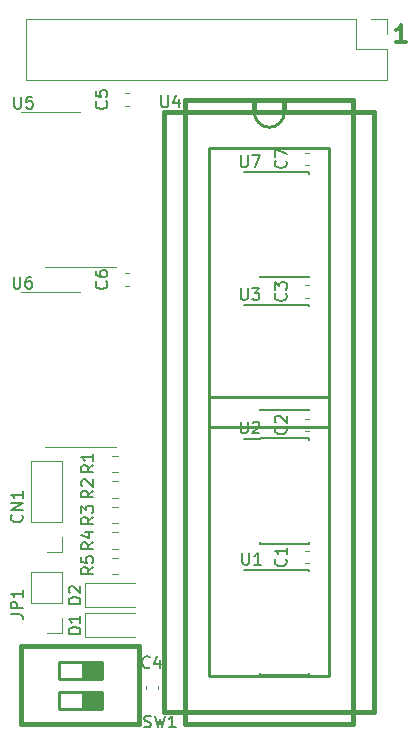
<source format=gto>
G04 #@! TF.GenerationSoftware,KiCad,Pcbnew,(5.1.2-1)-1*
G04 #@! TF.CreationDate,2019-05-24T16:53:51+02:00*
G04 #@! TF.ProjectId,TriMod CBM Adapter (SMD-Version),5472694d-6f64-4204-9342-4d2041646170,1.1*
G04 #@! TF.SameCoordinates,Original*
G04 #@! TF.FileFunction,Legend,Top*
G04 #@! TF.FilePolarity,Positive*
%FSLAX46Y46*%
G04 Gerber Fmt 4.6, Leading zero omitted, Abs format (unit mm)*
G04 Created by KiCad (PCBNEW (5.1.2-1)-1) date 2019-05-24 16:53:51*
%MOMM*%
%LPD*%
G04 APERTURE LIST*
%ADD10C,0.300000*%
%ADD11C,0.120000*%
%ADD12C,0.381000*%
%ADD13C,0.254000*%
%ADD14C,0.150000*%
G04 APERTURE END LIST*
D10*
X150034571Y-69004571D02*
X149177428Y-69004571D01*
X149606000Y-69004571D02*
X149606000Y-67504571D01*
X149463142Y-67718857D01*
X149320285Y-67861714D01*
X149177428Y-67933142D01*
D11*
X120900000Y-104461000D02*
X118240000Y-104461000D01*
X120900000Y-109601000D02*
X120900000Y-104461000D01*
X118240000Y-109601000D02*
X118240000Y-104461000D01*
X120900000Y-109601000D02*
X118240000Y-109601000D01*
X120900000Y-110871000D02*
X120900000Y-112201000D01*
X120900000Y-112201000D02*
X119570000Y-112201000D01*
X122799000Y-119364000D02*
X127099000Y-119364000D01*
X122799000Y-117364000D02*
X122799000Y-119364000D01*
X127099000Y-117364000D02*
X122799000Y-117364000D01*
X127099000Y-114824000D02*
X122799000Y-114824000D01*
X122799000Y-114824000D02*
X122799000Y-116824000D01*
X122799000Y-116824000D02*
X127099000Y-116824000D01*
X148396000Y-66996000D02*
X148396000Y-68326000D01*
X147066000Y-66996000D02*
X148396000Y-66996000D01*
X148396000Y-69596000D02*
X148396000Y-72196000D01*
X145796000Y-69596000D02*
X148396000Y-69596000D01*
X145796000Y-66996000D02*
X145796000Y-69596000D01*
X148396000Y-72196000D02*
X117796000Y-72196000D01*
X145796000Y-66996000D02*
X117796000Y-66996000D01*
X117796000Y-66996000D02*
X117796000Y-72196000D01*
X120900000Y-113859000D02*
X118240000Y-113859000D01*
X120900000Y-116459000D02*
X120900000Y-113859000D01*
X118240000Y-116459000D02*
X118240000Y-113859000D01*
X120900000Y-116459000D02*
X118240000Y-116459000D01*
X120900000Y-117729000D02*
X120900000Y-119059000D01*
X120900000Y-119059000D02*
X119570000Y-119059000D01*
X125090422Y-105422000D02*
X125607578Y-105422000D01*
X125090422Y-104002000D02*
X125607578Y-104002000D01*
X125607578Y-107580000D02*
X125090422Y-107580000D01*
X125607578Y-106160000D02*
X125090422Y-106160000D01*
X125090422Y-108320000D02*
X125607578Y-108320000D01*
X125090422Y-109740000D02*
X125607578Y-109740000D01*
X125607578Y-111898000D02*
X125090422Y-111898000D01*
X125607578Y-110478000D02*
X125090422Y-110478000D01*
X125090422Y-114058000D02*
X125607578Y-114058000D01*
X125090422Y-112638000D02*
X125607578Y-112638000D01*
D12*
X117426740Y-120144540D02*
X117426740Y-126743460D01*
X127429260Y-120144540D02*
X127429260Y-126743460D01*
D13*
X124228860Y-122875040D02*
X124228860Y-121472960D01*
X120627140Y-122875040D02*
X124228860Y-122875040D01*
X120627140Y-121472960D02*
X120627140Y-122875040D01*
X124228860Y-121472960D02*
X120627140Y-121472960D01*
X122628660Y-121472960D02*
X122628660Y-122875040D01*
X122829320Y-121472960D02*
X122829320Y-122875040D01*
X123228100Y-121472960D02*
X123228100Y-122875040D01*
X123027440Y-121472960D02*
X123027440Y-122875040D01*
X123827540Y-121472960D02*
X123827540Y-122875040D01*
X124028200Y-121472960D02*
X124028200Y-122875040D01*
X123629420Y-121472960D02*
X123629420Y-122875040D01*
X123428760Y-121472960D02*
X123428760Y-122875040D01*
X123428760Y-124012960D02*
X123428760Y-125415040D01*
X123629420Y-124012960D02*
X123629420Y-125415040D01*
X124028200Y-124012960D02*
X124028200Y-125415040D01*
X123827540Y-124012960D02*
X123827540Y-125415040D01*
X123027440Y-124012960D02*
X123027440Y-125415040D01*
X123228100Y-124012960D02*
X123228100Y-125415040D01*
X122829320Y-124012960D02*
X122829320Y-125415040D01*
X122628660Y-124012960D02*
X122628660Y-125415040D01*
X124228860Y-124012960D02*
X120627140Y-124012960D01*
X120627140Y-124012960D02*
X120627140Y-125415040D01*
X120627140Y-125415040D02*
X124228860Y-125415040D01*
X124228860Y-125415040D02*
X124228860Y-124012960D01*
D12*
X127426720Y-126743460D02*
X117426740Y-126743460D01*
X117426740Y-120144540D02*
X127429260Y-120144540D01*
D14*
X137625000Y-113685000D02*
X136250000Y-113685000D01*
X137625000Y-122560000D02*
X141775000Y-122560000D01*
X137625000Y-113660000D02*
X141775000Y-113660000D01*
X137625000Y-122560000D02*
X137625000Y-122445000D01*
X141775000Y-122560000D02*
X141775000Y-122445000D01*
X141775000Y-113660000D02*
X141775000Y-113775000D01*
X137625000Y-113660000D02*
X137625000Y-113685000D01*
X137625000Y-102548000D02*
X137625000Y-102573000D01*
X141775000Y-102548000D02*
X141775000Y-102663000D01*
X141775000Y-111448000D02*
X141775000Y-111333000D01*
X137625000Y-111448000D02*
X137625000Y-111333000D01*
X137625000Y-102548000D02*
X141775000Y-102548000D01*
X137625000Y-111448000D02*
X141775000Y-111448000D01*
X137625000Y-102573000D02*
X136250000Y-102573000D01*
X137625000Y-91269500D02*
X136250000Y-91269500D01*
X137625000Y-100144500D02*
X141775000Y-100144500D01*
X137625000Y-91244500D02*
X141775000Y-91244500D01*
X137625000Y-100144500D02*
X137625000Y-100029500D01*
X141775000Y-100144500D02*
X141775000Y-100029500D01*
X141775000Y-91244500D02*
X141775000Y-91359500D01*
X137625000Y-91244500D02*
X137625000Y-91269500D01*
D13*
X143510000Y-77978000D02*
X143510000Y-122682000D01*
X133350000Y-122682000D02*
X133350000Y-77978000D01*
D12*
X129540000Y-74930000D02*
X129540000Y-125730000D01*
X131318000Y-126746000D02*
X131318000Y-73914000D01*
X147320000Y-74930000D02*
X147320000Y-125730000D01*
X145542000Y-126746000D02*
X145542000Y-73914000D01*
X131318000Y-126746000D02*
X145542000Y-126746000D01*
X147320000Y-125730000D02*
X129540000Y-125730000D01*
X129540000Y-74930000D02*
X147320000Y-74930000D01*
X145542000Y-73914000D02*
X131318000Y-73914000D01*
D13*
X143510000Y-99060000D02*
X133350000Y-99060000D01*
X133350000Y-101600000D02*
X143510000Y-101600000D01*
X143510000Y-122682000D02*
X133350000Y-122682000D01*
X143510000Y-77978000D02*
X133350000Y-77978000D01*
D12*
X139700000Y-74930000D02*
X137160000Y-74930000D01*
D13*
X138430000Y-76200000D02*
G75*
G03X139700000Y-74930000I0J1270000D01*
G01*
X137160000Y-74930000D02*
G75*
G03X138430000Y-76200000I1270000J0D01*
G01*
D12*
X137160000Y-74930000D02*
X137160000Y-73914000D01*
X139700000Y-74930000D02*
X139700000Y-73914000D01*
D11*
X119428000Y-88000500D02*
X125428000Y-88000500D01*
X117428000Y-74940500D02*
X122428000Y-74940500D01*
X117428000Y-90180500D02*
X122428000Y-90180500D01*
X119428000Y-103240500D02*
X125428000Y-103240500D01*
D14*
X137625000Y-80005000D02*
X137625000Y-80030000D01*
X141775000Y-80005000D02*
X141775000Y-80120000D01*
X141775000Y-88905000D02*
X141775000Y-88790000D01*
X137625000Y-88905000D02*
X137625000Y-88790000D01*
X137625000Y-80005000D02*
X141775000Y-80005000D01*
X137625000Y-88905000D02*
X141775000Y-88905000D01*
X137625000Y-80030000D02*
X136250000Y-80030000D01*
D11*
X141442221Y-112076000D02*
X141767779Y-112076000D01*
X141442221Y-113096000D02*
X141767779Y-113096000D01*
X141442221Y-101920000D02*
X141767779Y-101920000D01*
X141442221Y-100900000D02*
X141767779Y-100900000D01*
X141442221Y-89596500D02*
X141767779Y-89596500D01*
X141442221Y-90616500D02*
X141767779Y-90616500D01*
X127950000Y-123471221D02*
X127950000Y-123796779D01*
X128970000Y-123471221D02*
X128970000Y-123796779D01*
X126202221Y-73340500D02*
X126527779Y-73340500D01*
X126202221Y-74360500D02*
X126527779Y-74360500D01*
X126202221Y-88580500D02*
X126527779Y-88580500D01*
X126202221Y-89600500D02*
X126527779Y-89600500D01*
X141442221Y-79377000D02*
X141767779Y-79377000D01*
X141442221Y-78357000D02*
X141767779Y-78357000D01*
D14*
X117450642Y-109021476D02*
X117498261Y-109069095D01*
X117545880Y-109211952D01*
X117545880Y-109307190D01*
X117498261Y-109450047D01*
X117403023Y-109545285D01*
X117307785Y-109592904D01*
X117117309Y-109640523D01*
X116974452Y-109640523D01*
X116783976Y-109592904D01*
X116688738Y-109545285D01*
X116593500Y-109450047D01*
X116545880Y-109307190D01*
X116545880Y-109211952D01*
X116593500Y-109069095D01*
X116641119Y-109021476D01*
X117545880Y-108592904D02*
X116545880Y-108592904D01*
X117545880Y-108021476D01*
X116545880Y-108021476D01*
X117545880Y-107021476D02*
X117545880Y-107592904D01*
X117545880Y-107307190D02*
X116545880Y-107307190D01*
X116688738Y-107402428D01*
X116783976Y-107497666D01*
X116831595Y-107592904D01*
X122435880Y-119102095D02*
X121435880Y-119102095D01*
X121435880Y-118864000D01*
X121483500Y-118721142D01*
X121578738Y-118625904D01*
X121673976Y-118578285D01*
X121864452Y-118530666D01*
X122007309Y-118530666D01*
X122197785Y-118578285D01*
X122293023Y-118625904D01*
X122388261Y-118721142D01*
X122435880Y-118864000D01*
X122435880Y-119102095D01*
X122435880Y-117578285D02*
X122435880Y-118149714D01*
X122435880Y-117864000D02*
X121435880Y-117864000D01*
X121578738Y-117959238D01*
X121673976Y-118054476D01*
X121721595Y-118149714D01*
X122435880Y-116562095D02*
X121435880Y-116562095D01*
X121435880Y-116324000D01*
X121483500Y-116181142D01*
X121578738Y-116085904D01*
X121673976Y-116038285D01*
X121864452Y-115990666D01*
X122007309Y-115990666D01*
X122197785Y-116038285D01*
X122293023Y-116085904D01*
X122388261Y-116181142D01*
X122435880Y-116324000D01*
X122435880Y-116562095D01*
X121531119Y-115609714D02*
X121483500Y-115562095D01*
X121435880Y-115466857D01*
X121435880Y-115228761D01*
X121483500Y-115133523D01*
X121531119Y-115085904D01*
X121626357Y-115038285D01*
X121721595Y-115038285D01*
X121864452Y-115085904D01*
X122435880Y-115657333D01*
X122435880Y-115038285D01*
X116545880Y-117419333D02*
X117260166Y-117419333D01*
X117403023Y-117466952D01*
X117498261Y-117562190D01*
X117545880Y-117705047D01*
X117545880Y-117800285D01*
X117545880Y-116943142D02*
X116545880Y-116943142D01*
X116545880Y-116562190D01*
X116593500Y-116466952D01*
X116641119Y-116419333D01*
X116736357Y-116371714D01*
X116879214Y-116371714D01*
X116974452Y-116419333D01*
X117022071Y-116466952D01*
X117069690Y-116562190D01*
X117069690Y-116943142D01*
X117545880Y-115419333D02*
X117545880Y-115990761D01*
X117545880Y-115705047D02*
X116545880Y-115705047D01*
X116688738Y-115800285D01*
X116783976Y-115895523D01*
X116831595Y-115990761D01*
X123515380Y-104815166D02*
X123039190Y-105148500D01*
X123515380Y-105386595D02*
X122515380Y-105386595D01*
X122515380Y-105005642D01*
X122563000Y-104910404D01*
X122610619Y-104862785D01*
X122705857Y-104815166D01*
X122848714Y-104815166D01*
X122943952Y-104862785D01*
X122991571Y-104910404D01*
X123039190Y-105005642D01*
X123039190Y-105386595D01*
X123515380Y-103862785D02*
X123515380Y-104434214D01*
X123515380Y-104148500D02*
X122515380Y-104148500D01*
X122658238Y-104243738D01*
X122753476Y-104338976D01*
X122801095Y-104434214D01*
X123515380Y-106973166D02*
X123039190Y-107306500D01*
X123515380Y-107544595D02*
X122515380Y-107544595D01*
X122515380Y-107163642D01*
X122563000Y-107068404D01*
X122610619Y-107020785D01*
X122705857Y-106973166D01*
X122848714Y-106973166D01*
X122943952Y-107020785D01*
X122991571Y-107068404D01*
X123039190Y-107163642D01*
X123039190Y-107544595D01*
X122610619Y-106592214D02*
X122563000Y-106544595D01*
X122515380Y-106449357D01*
X122515380Y-106211261D01*
X122563000Y-106116023D01*
X122610619Y-106068404D01*
X122705857Y-106020785D01*
X122801095Y-106020785D01*
X122943952Y-106068404D01*
X123515380Y-106639833D01*
X123515380Y-106020785D01*
X123515380Y-109196666D02*
X123039190Y-109530000D01*
X123515380Y-109768095D02*
X122515380Y-109768095D01*
X122515380Y-109387142D01*
X122563000Y-109291904D01*
X122610619Y-109244285D01*
X122705857Y-109196666D01*
X122848714Y-109196666D01*
X122943952Y-109244285D01*
X122991571Y-109291904D01*
X123039190Y-109387142D01*
X123039190Y-109768095D01*
X122515380Y-108863333D02*
X122515380Y-108244285D01*
X122896333Y-108577619D01*
X122896333Y-108434761D01*
X122943952Y-108339523D01*
X122991571Y-108291904D01*
X123086809Y-108244285D01*
X123324904Y-108244285D01*
X123420142Y-108291904D01*
X123467761Y-108339523D01*
X123515380Y-108434761D01*
X123515380Y-108720476D01*
X123467761Y-108815714D01*
X123420142Y-108863333D01*
X123515380Y-111354666D02*
X123039190Y-111688000D01*
X123515380Y-111926095D02*
X122515380Y-111926095D01*
X122515380Y-111545142D01*
X122563000Y-111449904D01*
X122610619Y-111402285D01*
X122705857Y-111354666D01*
X122848714Y-111354666D01*
X122943952Y-111402285D01*
X122991571Y-111449904D01*
X123039190Y-111545142D01*
X123039190Y-111926095D01*
X122848714Y-110497523D02*
X123515380Y-110497523D01*
X122467761Y-110735619D02*
X123182047Y-110973714D01*
X123182047Y-110354666D01*
X123515380Y-113451166D02*
X123039190Y-113784500D01*
X123515380Y-114022595D02*
X122515380Y-114022595D01*
X122515380Y-113641642D01*
X122563000Y-113546404D01*
X122610619Y-113498785D01*
X122705857Y-113451166D01*
X122848714Y-113451166D01*
X122943952Y-113498785D01*
X122991571Y-113546404D01*
X123039190Y-113641642D01*
X123039190Y-114022595D01*
X122515380Y-112546404D02*
X122515380Y-113022595D01*
X122991571Y-113070214D01*
X122943952Y-113022595D01*
X122896333Y-112927357D01*
X122896333Y-112689261D01*
X122943952Y-112594023D01*
X122991571Y-112546404D01*
X123086809Y-112498785D01*
X123324904Y-112498785D01*
X123420142Y-112546404D01*
X123467761Y-112594023D01*
X123515380Y-112689261D01*
X123515380Y-112927357D01*
X123467761Y-113022595D01*
X123420142Y-113070214D01*
X127825666Y-126960261D02*
X127968523Y-127007880D01*
X128206619Y-127007880D01*
X128301857Y-126960261D01*
X128349476Y-126912642D01*
X128397095Y-126817404D01*
X128397095Y-126722166D01*
X128349476Y-126626928D01*
X128301857Y-126579309D01*
X128206619Y-126531690D01*
X128016142Y-126484071D01*
X127920904Y-126436452D01*
X127873285Y-126388833D01*
X127825666Y-126293595D01*
X127825666Y-126198357D01*
X127873285Y-126103119D01*
X127920904Y-126055500D01*
X128016142Y-126007880D01*
X128254238Y-126007880D01*
X128397095Y-126055500D01*
X128730428Y-126007880D02*
X128968523Y-127007880D01*
X129159000Y-126293595D01*
X129349476Y-127007880D01*
X129587571Y-126007880D01*
X130492333Y-127007880D02*
X129920904Y-127007880D01*
X130206619Y-127007880D02*
X130206619Y-126007880D01*
X130111380Y-126150738D01*
X130016142Y-126245976D01*
X129920904Y-126293595D01*
X136144095Y-112228380D02*
X136144095Y-113037904D01*
X136191714Y-113133142D01*
X136239333Y-113180761D01*
X136334571Y-113228380D01*
X136525047Y-113228380D01*
X136620285Y-113180761D01*
X136667904Y-113133142D01*
X136715523Y-113037904D01*
X136715523Y-112228380D01*
X137715523Y-113228380D02*
X137144095Y-113228380D01*
X137429809Y-113228380D02*
X137429809Y-112228380D01*
X137334571Y-112371238D01*
X137239333Y-112466476D01*
X137144095Y-112514095D01*
X136017095Y-101116380D02*
X136017095Y-101925904D01*
X136064714Y-102021142D01*
X136112333Y-102068761D01*
X136207571Y-102116380D01*
X136398047Y-102116380D01*
X136493285Y-102068761D01*
X136540904Y-102021142D01*
X136588523Y-101925904D01*
X136588523Y-101116380D01*
X137017095Y-101211619D02*
X137064714Y-101164000D01*
X137159952Y-101116380D01*
X137398047Y-101116380D01*
X137493285Y-101164000D01*
X137540904Y-101211619D01*
X137588523Y-101306857D01*
X137588523Y-101402095D01*
X137540904Y-101544952D01*
X136969476Y-102116380D01*
X137588523Y-102116380D01*
X136017095Y-89812880D02*
X136017095Y-90622404D01*
X136064714Y-90717642D01*
X136112333Y-90765261D01*
X136207571Y-90812880D01*
X136398047Y-90812880D01*
X136493285Y-90765261D01*
X136540904Y-90717642D01*
X136588523Y-90622404D01*
X136588523Y-89812880D01*
X136969476Y-89812880D02*
X137588523Y-89812880D01*
X137255190Y-90193833D01*
X137398047Y-90193833D01*
X137493285Y-90241452D01*
X137540904Y-90289071D01*
X137588523Y-90384309D01*
X137588523Y-90622404D01*
X137540904Y-90717642D01*
X137493285Y-90765261D01*
X137398047Y-90812880D01*
X137112333Y-90812880D01*
X137017095Y-90765261D01*
X136969476Y-90717642D01*
X129286095Y-73493380D02*
X129286095Y-74302904D01*
X129333714Y-74398142D01*
X129381333Y-74445761D01*
X129476571Y-74493380D01*
X129667047Y-74493380D01*
X129762285Y-74445761D01*
X129809904Y-74398142D01*
X129857523Y-74302904D01*
X129857523Y-73493380D01*
X130762285Y-73826714D02*
X130762285Y-74493380D01*
X130524190Y-73445761D02*
X130286095Y-74160047D01*
X130905142Y-74160047D01*
X116840095Y-73620380D02*
X116840095Y-74429904D01*
X116887714Y-74525142D01*
X116935333Y-74572761D01*
X117030571Y-74620380D01*
X117221047Y-74620380D01*
X117316285Y-74572761D01*
X117363904Y-74525142D01*
X117411523Y-74429904D01*
X117411523Y-73620380D01*
X118363904Y-73620380D02*
X117887714Y-73620380D01*
X117840095Y-74096571D01*
X117887714Y-74048952D01*
X117982952Y-74001333D01*
X118221047Y-74001333D01*
X118316285Y-74048952D01*
X118363904Y-74096571D01*
X118411523Y-74191809D01*
X118411523Y-74429904D01*
X118363904Y-74525142D01*
X118316285Y-74572761D01*
X118221047Y-74620380D01*
X117982952Y-74620380D01*
X117887714Y-74572761D01*
X117840095Y-74525142D01*
X116776595Y-88860380D02*
X116776595Y-89669904D01*
X116824214Y-89765142D01*
X116871833Y-89812761D01*
X116967071Y-89860380D01*
X117157547Y-89860380D01*
X117252785Y-89812761D01*
X117300404Y-89765142D01*
X117348023Y-89669904D01*
X117348023Y-88860380D01*
X118252785Y-88860380D02*
X118062309Y-88860380D01*
X117967071Y-88908000D01*
X117919452Y-88955619D01*
X117824214Y-89098476D01*
X117776595Y-89288952D01*
X117776595Y-89669904D01*
X117824214Y-89765142D01*
X117871833Y-89812761D01*
X117967071Y-89860380D01*
X118157547Y-89860380D01*
X118252785Y-89812761D01*
X118300404Y-89765142D01*
X118348023Y-89669904D01*
X118348023Y-89431809D01*
X118300404Y-89336571D01*
X118252785Y-89288952D01*
X118157547Y-89241333D01*
X117967071Y-89241333D01*
X117871833Y-89288952D01*
X117824214Y-89336571D01*
X117776595Y-89431809D01*
X136017095Y-78573380D02*
X136017095Y-79382904D01*
X136064714Y-79478142D01*
X136112333Y-79525761D01*
X136207571Y-79573380D01*
X136398047Y-79573380D01*
X136493285Y-79525761D01*
X136540904Y-79478142D01*
X136588523Y-79382904D01*
X136588523Y-78573380D01*
X136969476Y-78573380D02*
X137636142Y-78573380D01*
X137207571Y-79573380D01*
X139803142Y-112752666D02*
X139850761Y-112800285D01*
X139898380Y-112943142D01*
X139898380Y-113038380D01*
X139850761Y-113181238D01*
X139755523Y-113276476D01*
X139660285Y-113324095D01*
X139469809Y-113371714D01*
X139326952Y-113371714D01*
X139136476Y-113324095D01*
X139041238Y-113276476D01*
X138946000Y-113181238D01*
X138898380Y-113038380D01*
X138898380Y-112943142D01*
X138946000Y-112800285D01*
X138993619Y-112752666D01*
X139898380Y-111800285D02*
X139898380Y-112371714D01*
X139898380Y-112086000D02*
X138898380Y-112086000D01*
X139041238Y-112181238D01*
X139136476Y-112276476D01*
X139184095Y-112371714D01*
X139803142Y-101576666D02*
X139850761Y-101624285D01*
X139898380Y-101767142D01*
X139898380Y-101862380D01*
X139850761Y-102005238D01*
X139755523Y-102100476D01*
X139660285Y-102148095D01*
X139469809Y-102195714D01*
X139326952Y-102195714D01*
X139136476Y-102148095D01*
X139041238Y-102100476D01*
X138946000Y-102005238D01*
X138898380Y-101862380D01*
X138898380Y-101767142D01*
X138946000Y-101624285D01*
X138993619Y-101576666D01*
X138993619Y-101195714D02*
X138946000Y-101148095D01*
X138898380Y-101052857D01*
X138898380Y-100814761D01*
X138946000Y-100719523D01*
X138993619Y-100671904D01*
X139088857Y-100624285D01*
X139184095Y-100624285D01*
X139326952Y-100671904D01*
X139898380Y-101243333D01*
X139898380Y-100624285D01*
X139803142Y-90273166D02*
X139850761Y-90320785D01*
X139898380Y-90463642D01*
X139898380Y-90558880D01*
X139850761Y-90701738D01*
X139755523Y-90796976D01*
X139660285Y-90844595D01*
X139469809Y-90892214D01*
X139326952Y-90892214D01*
X139136476Y-90844595D01*
X139041238Y-90796976D01*
X138946000Y-90701738D01*
X138898380Y-90558880D01*
X138898380Y-90463642D01*
X138946000Y-90320785D01*
X138993619Y-90273166D01*
X138898380Y-89939833D02*
X138898380Y-89320785D01*
X139279333Y-89654119D01*
X139279333Y-89511261D01*
X139326952Y-89416023D01*
X139374571Y-89368404D01*
X139469809Y-89320785D01*
X139707904Y-89320785D01*
X139803142Y-89368404D01*
X139850761Y-89416023D01*
X139898380Y-89511261D01*
X139898380Y-89796976D01*
X139850761Y-89892214D01*
X139803142Y-89939833D01*
X128293333Y-121895642D02*
X128245714Y-121943261D01*
X128102857Y-121990880D01*
X128007619Y-121990880D01*
X127864761Y-121943261D01*
X127769523Y-121848023D01*
X127721904Y-121752785D01*
X127674285Y-121562309D01*
X127674285Y-121419452D01*
X127721904Y-121228976D01*
X127769523Y-121133738D01*
X127864761Y-121038500D01*
X128007619Y-120990880D01*
X128102857Y-120990880D01*
X128245714Y-121038500D01*
X128293333Y-121086119D01*
X129150476Y-121324214D02*
X129150476Y-121990880D01*
X128912380Y-120943261D02*
X128674285Y-121657547D01*
X129293333Y-121657547D01*
X124626642Y-74017166D02*
X124674261Y-74064785D01*
X124721880Y-74207642D01*
X124721880Y-74302880D01*
X124674261Y-74445738D01*
X124579023Y-74540976D01*
X124483785Y-74588595D01*
X124293309Y-74636214D01*
X124150452Y-74636214D01*
X123959976Y-74588595D01*
X123864738Y-74540976D01*
X123769500Y-74445738D01*
X123721880Y-74302880D01*
X123721880Y-74207642D01*
X123769500Y-74064785D01*
X123817119Y-74017166D01*
X123721880Y-73112404D02*
X123721880Y-73588595D01*
X124198071Y-73636214D01*
X124150452Y-73588595D01*
X124102833Y-73493357D01*
X124102833Y-73255261D01*
X124150452Y-73160023D01*
X124198071Y-73112404D01*
X124293309Y-73064785D01*
X124531404Y-73064785D01*
X124626642Y-73112404D01*
X124674261Y-73160023D01*
X124721880Y-73255261D01*
X124721880Y-73493357D01*
X124674261Y-73588595D01*
X124626642Y-73636214D01*
X124626642Y-89257166D02*
X124674261Y-89304785D01*
X124721880Y-89447642D01*
X124721880Y-89542880D01*
X124674261Y-89685738D01*
X124579023Y-89780976D01*
X124483785Y-89828595D01*
X124293309Y-89876214D01*
X124150452Y-89876214D01*
X123959976Y-89828595D01*
X123864738Y-89780976D01*
X123769500Y-89685738D01*
X123721880Y-89542880D01*
X123721880Y-89447642D01*
X123769500Y-89304785D01*
X123817119Y-89257166D01*
X123721880Y-88400023D02*
X123721880Y-88590500D01*
X123769500Y-88685738D01*
X123817119Y-88733357D01*
X123959976Y-88828595D01*
X124150452Y-88876214D01*
X124531404Y-88876214D01*
X124626642Y-88828595D01*
X124674261Y-88780976D01*
X124721880Y-88685738D01*
X124721880Y-88495261D01*
X124674261Y-88400023D01*
X124626642Y-88352404D01*
X124531404Y-88304785D01*
X124293309Y-88304785D01*
X124198071Y-88352404D01*
X124150452Y-88400023D01*
X124102833Y-88495261D01*
X124102833Y-88685738D01*
X124150452Y-88780976D01*
X124198071Y-88828595D01*
X124293309Y-88876214D01*
X139803142Y-79033666D02*
X139850761Y-79081285D01*
X139898380Y-79224142D01*
X139898380Y-79319380D01*
X139850761Y-79462238D01*
X139755523Y-79557476D01*
X139660285Y-79605095D01*
X139469809Y-79652714D01*
X139326952Y-79652714D01*
X139136476Y-79605095D01*
X139041238Y-79557476D01*
X138946000Y-79462238D01*
X138898380Y-79319380D01*
X138898380Y-79224142D01*
X138946000Y-79081285D01*
X138993619Y-79033666D01*
X138898380Y-78700333D02*
X138898380Y-78033666D01*
X139898380Y-78462238D01*
M02*

</source>
